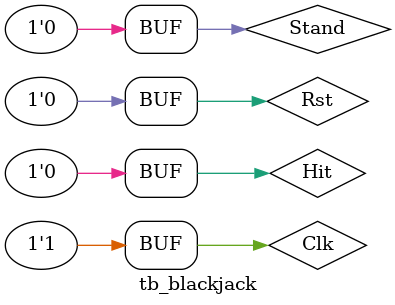
<source format=v>
`timescale 1ns / 1ps


module tb_blackjack;
    
    reg Clk = 1'b0, 
        Rst = 1'b0, 
        Hit = 1'b0, 
        Stand = 1'b0;        
    wire Win, Lose, Draw;
    wire [3:0] Anode_Activate;
    wire [6:0] LED_out;

    localparam period = 0.5;    // duration for each bit of the clock, 100MHz clock
    blackjack UUT(.Clk(Clk), 
        .Rst(Rst), 
        .Hit(Hit), 
        .Stand(Stand), 
        .Win(Win), 
        .Lose(Lose), 
        .Draw(Draw),
        .Anode_Activate(Anode_Activate),
        .LED_out(LED_out)
        );

    // Create fake clock
    always
    begin
        Clk = 1'b0;
        #period;
        
        Clk = 1'b1;
        #period;
    end 
    
    // Create fake button push 
    initial
    begin
        #1201;
        Hit = 0;
        #10;
        Hit=1;
        #20;
        Hit = 0;
        #10;
        Hit=1;
        #30; 
        Hit = 0;
        #10;
        Hit=1;
        #40;
        Hit = 0;
        #10;
        Hit=1;
        #30; 
        Hit = 0;
        #10;
        Hit=1; 
        #1000; 
        Hit = 0;
        #10;
        Hit=1;
        #20;
        Hit = 0;
        #10;
        Hit=1;
        #30; 
        Hit = 0;
        #10;
        Hit=1;
        #40;
        Hit = 0; 
    end 


//    // Move across statemachine
//    always @(posedge Clk)
//    begin
//        Hit = 1'b1;
//        #20;    // wait 20ns
        
//        Hit = 1'b0;
//        #20;
    
//        Stand = 1'b1;
//        #period;
        
//        Stand = 1'b0;
//        Rst = 1'b1;
//        #10;
        
//        Rst = 1'b0;
    
//    end
    
endmodule

</source>
